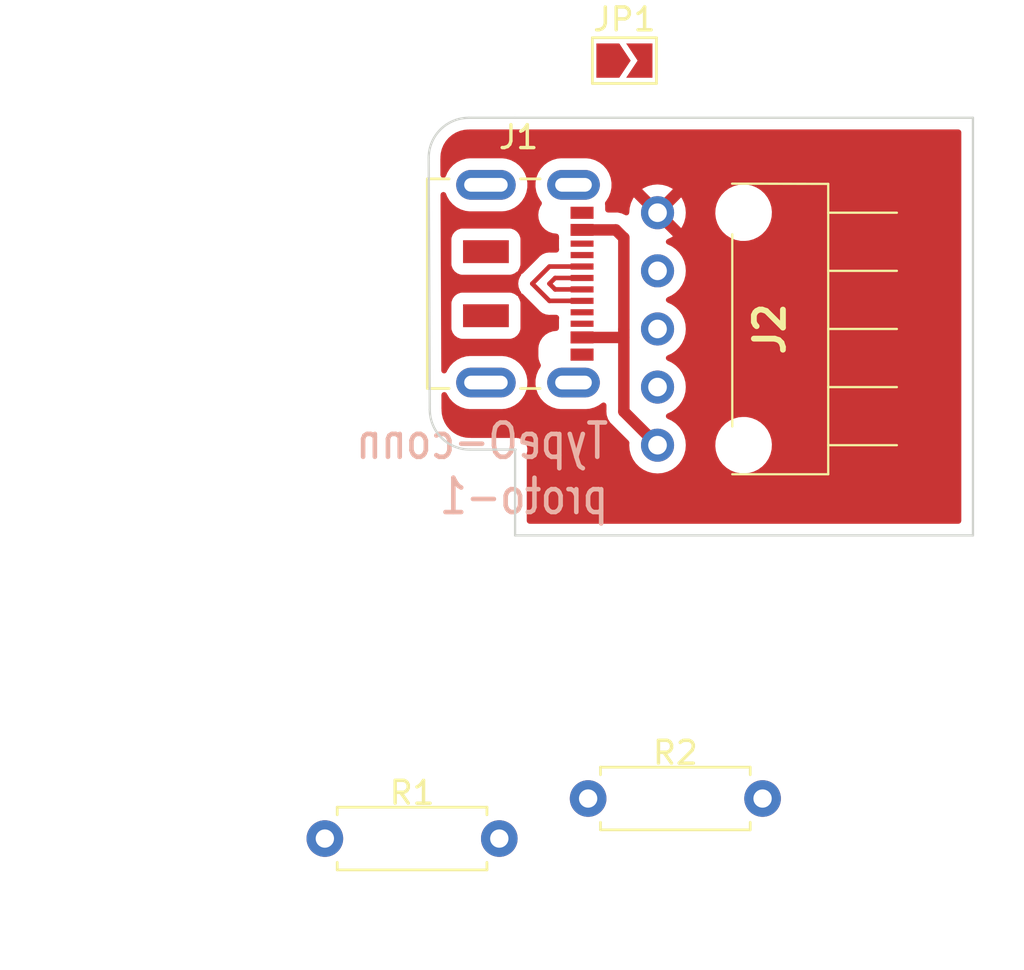
<source format=kicad_pcb>
(kicad_pcb (version 20211014) (generator pcbnew)
  (layers (0 "F.Cu" signal) (31 "B.Cu" signal) (34 "B.Paste" user) (35 "F.Paste" user) (36 "B.SilkS" user "B.Silkscreen") (37 "F.SilkS" user "F.Silkscreen") (38 "B.Mask" user) (39 "F.Mask" user) (44 "Edge.Cuts" user))
  (net 0 "")
  (net 2 "Net-(J1-PadB5)")
  (net 5 "Net-(J1-PadA5)")
  (net 6 "/VBUS")
  (net 7 "/D+")
  (net 8 "/D-")
  (net 9 "/ID")
  (net 10 "/GND")
  (footprint "Connector_USB:USB_C_Receptacle_JAE_DX07S016JA1R1500" (layer "F.Cu") (at 118.113997 79.30179 -90)
    (fp_text reference "J1" (at -6.404035 -0.274964 180) (layer "F.SilkS"))
    (fp_text value "USB_C_Receptacle_USB2.0" hide)
    (fp_line (start -4.58 -1.215) (end -4.58 -0.36) (layer "F.SilkS") (width 0.12))
    (fp_line (start 4.58 2.76) (end 4.58 3.71) (layer "F.SilkS") (width 0.12))
    (fp_line (start 4.58 -1.215) (end 4.58 -0.36) (layer "F.SilkS") (width 0.12))
    (fp_line (start -4.58 2.76) (end -4.58 3.71) (layer "F.SilkS") (width 0.12))
    (fp_line (start -4.58 3.71) (end 4.58 3.71) (layer "F.SilkS") (width 0.12))
    (pad "" smd rect (at -1.4 1.15 270) (size 1 2) (layers "F.Cu" "F.Paste" "F.Mask"))
    (pad "" np_thru_hole circle (at -3 -1.95 270) (size 0.6 0.6) (drill 0.6) (layers F&B.Cu *.Mask))
    (pad "" np_thru_hole oval (at 3 -1.95 270) (size 0.85 0.6) (drill oval 0.85 0.6) (layers F&B.Cu *.Mask))
    (pad "" smd rect (at 1.4 1.15 270) (size 1 2) (layers "F.Cu" "F.Paste" "F.Mask"))
    (pad "A1" smd rect (at -3.1 -3.05 270) (size 0.52 1) (layers "F.Cu" "F.Paste" "F.Mask") (net 10 "/GND"))
    (pad "A4" smd rect (at -2.35 -3.05 270) (size 0.52 1) (layers "F.Cu" "F.Paste" "F.Mask") (net 6 "/VBUS"))
    (pad "A5" smd rect (at -1.75 -3.05 270) (size 0.27 1) (layers "F.Cu" "F.Paste" "F.Mask") (net 5 "Net-(J1-PadA5)"))
    (pad "A6" smd rect (at -0.25 -3.05 270) (size 0.27 1) (layers "F.Cu" "F.Paste" "F.Mask") (net 7 "/D+"))
    (pad "A7" smd rect (at 0.75 -3.05 270) (size 0.27 1) (layers "F.Cu" "F.Paste" "F.Mask") (net 8 "/D-"))
    (pad "A8" smd rect (at 1.75 -3.05 270) (size 0.27 1) (layers "F.Cu" "F.Paste" "F.Mask"))
    (pad "A9" smd rect (at 2.35 -3.05 270) (size 0.52 1) (layers "F.Cu" "F.Paste" "F.Mask") (net 6 "/VBUS"))
    (pad "A12" smd rect (at 3.1 -3.05 270) (size 0.52 1) (layers "F.Cu" "F.Paste" "F.Mask") (net 10 "/GND"))
    (pad "B1" smd rect (at 3.1 -3.05 270) (size 0.52 1) (layers "F.Cu" "F.Paste" "F.Mask") (net 10 "/GND"))
    (pad "B4" smd rect (at 2.35 -3.05 270) (size 0.52 1) (layers "F.Cu" "F.Paste" "F.Mask") (net 6 "/VBUS"))
    (pad "B5" smd rect (at 1.25 -3.05 270) (size 0.27 1) (layers "F.Cu" "F.Paste" "F.Mask") (net 2 "Net-(J1-PadB5)"))
    (pad "B6" smd rect (at 0.25 -3.05 270) (size 0.27 1) (layers "F.Cu" "F.Paste" "F.Mask") (net 7 "/D+"))
    (pad "B7" smd rect (at -0.75 -3.05 270) (size 0.27 1) (layers "F.Cu" "F.Paste" "F.Mask") (net 8 "/D-"))
    (pad "B8" smd rect (at -1.25 -3.05 270) (size 0.27 1) (layers "F.Cu" "F.Paste" "F.Mask"))
    (pad "B9" smd rect (at -2.35 -3.05 270) (size 0.52 1) (layers "F.Cu" "F.Paste" "F.Mask") (net 6 "/VBUS"))
    (pad "B12" smd rect (at -3.1 -3.05 270) (size 0.52 1) (layers "F.Cu" "F.Paste" "F.Mask") (net 10 "/GND"))
    (pad "S1" thru_hole oval (at 4.32 1.15 270) (size 1.3 2.6) (drill oval 0.6 1.9) (layers *.Cu *.Mask))
    (pad "S1" thru_hole oval (at 4.32 -2.675 270) (size 1.3 2.3) (drill oval 0.6 1.6) (layers *.Cu *.Mask))
    (pad "S1" thru_hole oval (at -4.32 -2.675 270) (size 1.3 2.3) (drill oval 0.6 1.6) (layers *.Cu *.Mask))
    (pad "S1" thru_hole oval (at -4.32 1.15 270) (size 1.3 2.6) (drill oval 0.6 1.9) (layers *.Cu *.Mask))
  )
  (footprint "Resistor_THT:R_Axial_DIN0207_L6.3mm_D2.5mm_P7.62mm_Horizontal" (layer "F.Cu") (at 121.428021 101.80179)
    (fp_text reference "R2" (at 3.81 -2) (layer "F.SilkS"))
    (fp_text value "10K")
    (fp_line (start 7.08 -1.37) (end 7.08 -1.04) (layer "F.SilkS") (width 0.12))
    (fp_line (start 0.54 -1.37) (end 7.08 -1.37) (layer "F.SilkS") (width 0.12))
    (fp_line (start 7.08 1.37) (end 7.08 1.04) (layer "F.SilkS") (width 0.12))
    (fp_line (start 0.54 1.04) (end 0.54 1.37) (layer "F.SilkS") (width 0.12))
    (fp_line (start 0.54 -1.04) (end 0.54 -1.37) (layer "F.SilkS") (width 0.12))
    (fp_line (start 0.54 1.37) (end 7.08 1.37) (layer "F.SilkS") (width 0.12))
    (pad "1" thru_hole circle (at 0 0) (size 1.6 1.6) (drill 0.8) (layers *.Cu *.Mask) (net 10 "/GND"))
    (pad "2" thru_hole oval (at 7.62 0) (size 1.6 1.6) (drill 0.8) (layers *.Cu *.Mask) (net 5 "Net-(J1-PadA5)"))
  )
  (footprint "MyLibrary:8292200520001101" (layer "F.Cu") (at 124.46 76.2)
    (fp_text reference "J2" (at 4.903 5.08 90) (layer "F.SilkS") (effects (font (size 1.27 1.27) (thickness 0.254))))
    (fp_text value "829-22-005-20-001101" hide)
    (fp_line (start 7.455 10.16) (end 10.455 10.16) (layer "F.SilkS") (width 0.1))
    (fp_line (start 3.264 11.43) (end 7.455 11.43) (layer "F.SilkS") (width 0.1))
    (fp_line (start 7.455 2.54) (end 10.455 2.54) (layer "F.SilkS") (width 0.1))
    (fp_line (start 7.455 0) (end 10.455 0) (layer "F.SilkS") (width 0.1))
    (fp_line (start 7.455 11.43) (end 7.455 -1.26) (layer "F.SilkS") (width 0.1))
    (fp_line (start 7.455 -1.26) (end 3.255 -1.27) (layer "F.SilkS") (width 0.1))
    (fp_line (start 7.455 5.08) (end 10.455 5.08) (layer "F.SilkS") (width 0.1))
    (fp_line (start 7.455 7.62) (end 10.455 7.62) (layer "F.SilkS") (width 0.1))
    (fp_line (start 3.264 9.34) (end 3.264 0.94) (layer "F.SilkS") (width 0.1))
    (pad "" np_thru_hole circle (at 3.7592 10.16 90) (size 1.4478 1.4478) (drill 1.4478) (layers F&B.Cu *.Mask))
    (pad "" np_thru_hole circle (at 3.7592 0 90) (size 1.4478 1.4478) (drill 1.4478) (layers F&B.Cu *.Mask))
    (pad "1" thru_hole circle (at 0 0 90) (size 1.445 1.445) (drill 0.8128) (layers *.Cu *.Mask) (net 10 "/GND"))
    (pad "2" thru_hole circle (at 0 2.54 90) (size 1.445 1.445) (drill 0.8128) (layers *.Cu *.Mask) (net 9 "/ID"))
    (pad "3" thru_hole circle (at 0 5.08 90) (size 1.445 1.445) (drill 0.8128) (layers *.Cu *.Mask) (net 7 "/D+"))
    (pad "4" thru_hole circle (at 0 7.62 90) (size 1.445 1.445) (drill 0.8128) (layers *.Cu *.Mask) (net 8 "/D-"))
    (pad "5" thru_hole circle (at 0 10.16 90) (size 1.445 1.445) (drill 0.8128) (layers *.Cu *.Mask) (net 6 "/VBUS"))
  )
  (footprint "Jumper:SolderJumper-2_P1.3mm_Open_TrianglePad1.0x1.5mm" (layer "F.Cu") (at 123.013021 69.55179)
    (fp_text reference "JP1" (at 0 -1.8) (layer "F.SilkS"))
    (fp_text value "SolderJumper_2_Bridged")
    (fp_line (start 1.4 1) (end -1.4 1) (layer "F.SilkS") (width 0.12))
    (fp_line (start -1.4 1) (end -1.4 -1) (layer "F.SilkS") (width 0.12))
    (fp_line (start -1.4 -1) (end 1.4 -1) (layer "F.SilkS") (width 0.12))
    (fp_line (start 1.4 -1) (end 1.4 1) (layer "F.SilkS") (width 0.12))
    (pad "1" smd custom (at -0.725 0) (size 0.3 0.3) (layers "F.Cu" "F.Mask") (net 10 "/GND") (options (clearance outline) (anchor rect)) (primitives (gr_poly (pts (xy 1 0) (xy 0.5 0.75) (xy -0.5 0.75) (xy -0.5 -0.75) (xy 0.5 -0.75)) (width 0) (fill yes))))
    (pad "2" smd custom (at 0.725 0) (size 0.3 0.3) (layers "F.Cu" "F.Mask") (net 9 "/ID") (options (clearance outline) (anchor rect)) (primitives (gr_poly (pts (xy 0.5 0.75) (xy -0.65 0.75) (xy -0.15 0) (xy -0.65 -0.75) (xy 0.5 -0.75)) (width 0) (fill yes))))
  )
  (footprint "Resistor_THT:R_Axial_DIN0207_L6.3mm_D2.5mm_P7.62mm_Horizontal" (layer "F.Cu") (at 109.928021 103.55179)
    (fp_text reference "R1" (at 3.81 -2 180) (layer "F.SilkS"))
    (fp_text value "10K")
    (fp_line (start 7.08 1.37) (end 7.08 1.04) (layer "F.SilkS") (width 0.12))
    (fp_line (start 0.54 1.04) (end 0.54 1.37) (layer "F.SilkS") (width 0.12))
    (fp_line (start 0.54 1.37) (end 7.08 1.37) (layer "F.SilkS") (width 0.12))
    (fp_line (start 0.54 -1.37) (end 7.08 -1.37) (layer "F.SilkS") (width 0.12))
    (fp_line (start 7.08 -1.37) (end 7.08 -1.04) (layer "F.SilkS") (width 0.12))
    (fp_line (start 0.54 -1.04) (end 0.54 -1.37) (layer "F.SilkS") (width 0.12))
    (pad "1" thru_hole circle (at 0 0) (size 1.6 1.6) (drill 0.8) (layers *.Cu *.Mask) (net 10 "/GND"))
    (pad "2" thru_hole oval (at 7.62 0) (size 1.6 1.6) (drill 0.8) (layers *.Cu *.Mask) (net 2 "Net-(J1-PadB5)"))
  )
  (gr_arc (start 114.463997 73.80179) (mid 114.97656 72.564353) (end 116.213997 72.05179) (layer "Edge.Cuts") (width 0.1))
  (gr_arc (start 116.262046 86.55179) (mid 115.024609 86.039227) (end 114.512046 84.80179) (layer "Edge.Cuts") (width 0.1))
  (gr_line (start 138.238021 72.05179) (end 138.238021 90.30179) (layer "Edge.Cuts") (width 0.1))
  (gr_line (start 138.238021 90.30179) (end 118.238021 90.30179) (layer "Edge.Cuts") (width 0.1))
  (gr_line (start 118.262046 86.55179) (end 116.262046 86.55179) (layer "Edge.Cuts") (width 0.1))
  (gr_line (start 114.512046 84.80179) (end 114.463997 73.80179) (layer "Edge.Cuts") (width 0.1))
  (gr_line (start 118.238021 72.05179) (end 138.238021 72.05179) (layer "Edge.Cuts") (width 0.1))
  (gr_line (start 116.213997 72.05179) (end 118.213997 72.05179) (layer "Edge.Cuts") (width 0.1))
  (gr_line (start 118.238021 90.30179) (end 118.238021 86.55179) (layer "Edge.Cuts") (width 0.1))
  (gr_text "TypeO-conn\nproto-1" (at 122.415021 87.39079) (layer "B.SilkS") (effects (font (size 1.5 1.2) (thickness 0.2)) (justify left mirror)))
  (segment (start 122.988021 81.65179) (end 121.163997 81.65179) (width 0.5) (layer "F.Cu") (net 6))
  (segment (start 122.988021 77.288802) (end 122.988021 81.314778) (width 0.5) (layer "F.Cu") (net 6))
  (segment (start 122.638021 76.95179) (end 122.988021 77.30179) (width 0.5) (layer "F.Cu") (net 6))
  (segment (start 122.988021 81.30179) (end 122.988021 84.888021) (width 0.5) (layer "F.Cu") (net 6))
  (segment (start 121.163997 76.95179) (end 122.638021 76.95179) (width 0.5) (layer "F.Cu") (net 6))
  (segment (start 122.988021 84.888021) (end 124.46 86.36) (width 0.5) (layer "F.Cu") (net 6))
  (segment (start 121.163997 79.55179) (end 119.988021 79.55179) (width 0.2) (layer "F.Cu") (net 7))
  (segment (start 119.988021 79.05179) (end 121.163997 79.05179) (width 0.2) (layer "F.Cu") (net 7))
  (segment (start 119.738021 79.30179) (end 119.988021 79.05179) (width 0.2) (layer "F.Cu") (net 7))
  (segment (start 119.988021 79.55179) (end 119.738021 79.30179) (width 0.2) (layer "F.Cu") (net 7))
  (segment (start 119.738021 78.55179) (end 118.988021 79.30179) (width 0.2) (layer "F.Cu") (net 8))
  (segment (start 119.738021 80.05179) (end 121.163997 80.05179) (width 0.2) (layer "F.Cu") (net 8))
  (segment (start 118.988021 79.30179) (end 119.738021 80.05179) (width 0.2) (layer "F.Cu") (net 8))
  (segment (start 121.163997 78.55179) (end 119.738021 78.55179) (width 0.2) (layer "F.Cu") (net 8))
  (zone (net 0) (net_name "") (layer "F.Cu") (connect_pads (clearance 0)) (min_thickness 0.254)
    (keepout (tracks allowed) (vias allowed) (pads allowed) (copperpour not_allowed) (footprints allowed))
    (fill (thermal_gap 0.508) (thermal_bridge_width 0.508))
    (polygon (pts (xy 122.488021 76.30179) (xy 119.988021 73.80179) (xy 119.988021 82.80179) (xy 122.238021 82.80179) (xy 122.238021 84.80179) (xy 113.988021 84.80179) (xy 113.988021 73.80179) (xy 122.488021 73.80179)))
  )
  (zone (net 10) (net_name "/GND") (layer "F.Cu") (name "Common Ground") (connect_pads (clearance 0.508)) (min_thickness 0.254) (fill yes (thermal_gap 0.508) (thermal_bridge_width 0.508))
    (polygon (pts (xy 140.488021 109.30179) (xy 95.738021 109.30179) (xy 95.738021 67.05179) (xy 140.488021 67.05179)))
  )
)
</source>
